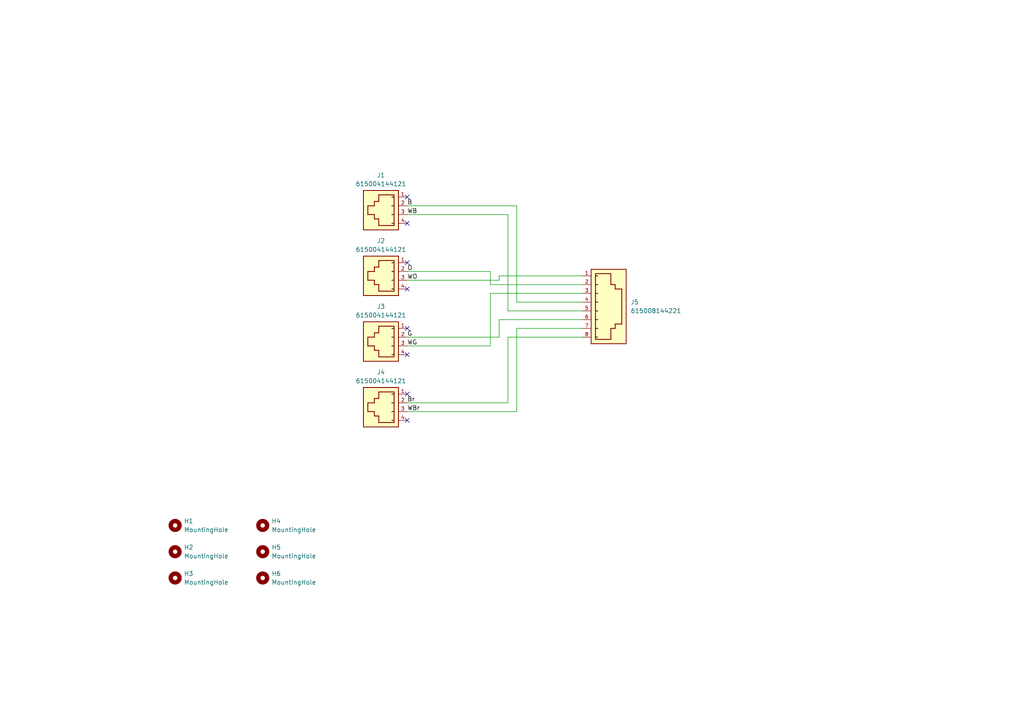
<source format=kicad_sch>
(kicad_sch (version 20250114) (generator "eeschema") (generator_version "9.0")
  (paper "A4")
  (lib_symbols
    (symbol "615004144121:615004144121" (pin_names (offset 1.016))
      (property "Reference" "J" (at -8.002 -0.362 90))
      (property "Value" "615004144121" (at 7.12 -5.124 90))
      (symbol "615004144121_0_0"
        (rectangle (start -6.985 -5.08) (end 4.445 5.08) (stroke (width 0.254)) (fill (type background)))
        (polyline (pts (xy -5.715 0.635) (xy -3.81 0.635)) (stroke (width 0.254)))
        (polyline (pts (xy -5.715 -3.81) (xy -5.715 0.635)) (stroke (width 0.254)))
        (polyline (pts (xy -5.08 -3.81) (xy -5.715 -3.81)) (stroke (width 0.254)))
        (polyline (pts (xy -5.08 -3.81) (xy -5.08 -3.175)) (stroke (width 0.254)))
        (polyline (pts (xy -3.81 1.905) (xy -2.54 1.905)) (stroke (width 0.254)))
        (polyline (pts (xy -3.81 0.635) (xy -3.81 1.905)) (stroke (width 0.254)))
        (polyline (pts (xy -2.54 3.81) (xy 0 3.81)) (stroke (width 0.254)))
        (polyline (pts (xy -2.54 1.905) (xy -2.54 3.81)) (stroke (width 0.254)))
        (polyline (pts (xy -2.54 -3.81) (xy -5.08 -3.81)) (stroke (width 0.254)))
        (polyline (pts (xy -2.54 -3.81) (xy -2.54 -3.175)) (stroke (width 0.254)))
        (polyline (pts (xy 0 1.905) (xy 0 3.81)) (stroke (width 0.254)))
        (polyline (pts (xy 0 -3.81) (xy -2.54 -3.81)) (stroke (width 0.254)))
        (polyline (pts (xy 0 -3.81) (xy 0 -3.175)) (stroke (width 0.254)))
        (polyline (pts (xy 1.27 1.905) (xy 0 1.905)) (stroke (width 0.254)))
        (polyline (pts (xy 1.27 0.635) (xy 1.27 1.905)) (stroke (width 0.254)))
        (polyline (pts (xy 2.54 -3.81) (xy 0 -3.81)) (stroke (width 0.254)))
        (polyline (pts (xy 2.54 -3.81) (xy 2.54 -3.175)) (stroke (width 0.254)))
        (polyline (pts (xy 3.175 0.635) (xy 1.27 0.635)) (stroke (width 0.254)))
        (polyline (pts (xy 3.175 0.635) (xy 3.175 -3.81)) (stroke (width 0.254)))
        (polyline (pts (xy 3.175 -3.81) (xy 2.54 -3.81)) (stroke (width 0.254)))
        (pin passive line (at -5.08 -7.62 90) (length 2.54) (name "~") (number "4"))
        (pin passive line (at -2.54 -7.62 90) (length 2.54) (name "~") (number "3"))
        (pin passive line (at 0 -7.62 90) (length 2.54) (name "~") (number "2"))
        (pin passive line (at 2.54 -7.62 90) (length 2.54) (name "~") (number "1"))
      )
    )
    (symbol "615008144221:615008144221" (pin_names (offset 1.016))
      (property "Reference" "J" (at -13.142 0.498 90))
      (property "Value" "615008144221" (at 12.06 -5.284 90))
      (symbol "615008144221_0_0"
        (rectangle (start -12.065 -5.08) (end 9.525 5.08) (stroke (width 0.254)) (fill (type background)))
        (polyline (pts (xy -10.795 0.635) (xy -7.62 0.635)) (stroke (width 0.254)))
        (polyline (pts (xy -10.795 -3.81) (xy -10.795 0.635)) (stroke (width 0.254)))
        (polyline (pts (xy -10.16 -3.81) (xy -10.795 -3.81)) (stroke (width 0.254)))
        (polyline (pts (xy -10.16 -3.81) (xy -10.16 -3.175)) (stroke (width 0.254)))
        (polyline (pts (xy -7.62 1.905) (xy -6.35 1.905)) (stroke (width 0.254)))
        (polyline (pts (xy -7.62 0.635) (xy -7.62 1.905)) (stroke (width 0.254)))
        (polyline (pts (xy -7.62 -3.81) (xy -10.16 -3.81)) (stroke (width 0.254)))
        (polyline (pts (xy -7.62 -3.81) (xy -7.62 -3.175)) (stroke (width 0.254)))
        (polyline (pts (xy -6.35 3.81) (xy 3.81 3.81)) (stroke (width 0.254)))
        (polyline (pts (xy -6.35 1.905) (xy -6.35 3.81)) (stroke (width 0.254)))
        (polyline (pts (xy -5.08 -3.81) (xy -7.62 -3.81)) (stroke (width 0.254)))
        (polyline (pts (xy -5.08 -3.81) (xy -5.08 -3.175)) (stroke (width 0.254)))
        (polyline (pts (xy -2.54 -3.81) (xy -5.08 -3.81)) (stroke (width 0.254)))
        (polyline (pts (xy -2.54 -3.81) (xy -2.54 -3.175)) (stroke (width 0.254)))
        (polyline (pts (xy 0 -3.81) (xy -2.54 -3.81)) (stroke (width 0.254)))
        (polyline (pts (xy 0 -3.81) (xy 0 -3.175)) (stroke (width 0.254)))
        (polyline (pts (xy 2.54 -3.175) (xy 2.54 -3.81)) (stroke (width 0.254)))
        (polyline (pts (xy 2.54 -3.81) (xy 0 -3.81)) (stroke (width 0.254)))
        (polyline (pts (xy 3.81 1.905) (xy 3.81 3.81)) (stroke (width 0.254)))
        (polyline (pts (xy 5.08 1.905) (xy 3.81 1.905)) (stroke (width 0.254)))
        (polyline (pts (xy 5.08 0.635) (xy 5.08 1.905)) (stroke (width 0.254)))
        (polyline (pts (xy 5.08 -3.175) (xy 5.08 -3.81)) (stroke (width 0.254)))
        (polyline (pts (xy 5.08 -3.81) (xy 2.54 -3.81)) (stroke (width 0.254)))
        (polyline (pts (xy 7.62 -3.175) (xy 7.62 -3.81)) (stroke (width 0.254)))
        (polyline (pts (xy 7.62 -3.81) (xy 5.08 -3.81)) (stroke (width 0.254)))
        (polyline (pts (xy 8.255 0.635) (xy 5.08 0.635)) (stroke (width 0.254)))
        (polyline (pts (xy 8.255 0.635) (xy 8.255 -3.81)) (stroke (width 0.254)))
        (polyline (pts (xy 8.255 -3.81) (xy 7.62 -3.81)) (stroke (width 0.254)))
        (pin passive line (at -10.16 -7.62 90) (length 2.54) (name "~") (number "1"))
        (pin passive line (at -7.62 -7.62 90) (length 2.54) (name "~") (number "2"))
        (pin passive line (at -5.08 -7.62 90) (length 2.54) (name "~") (number "3"))
        (pin passive line (at -2.54 -7.62 90) (length 2.54) (name "~") (number "4"))
        (pin passive line (at 0 -7.62 90) (length 2.54) (name "~") (number "5"))
        (pin passive line (at 2.54 -7.62 90) (length 2.54) (name "~") (number "6"))
        (pin passive line (at 5.08 -7.62 90) (length 2.54) (name "~") (number "7"))
        (pin passive line (at 7.62 -7.62 90) (length 2.54) (name "~") (number "8"))
      )
    )
    (symbol "Mechanical:MountingHole" (pin_names (offset 1.016)) (in_bom no)
      (property "Reference" "H" (at 0 5.08 0))
      (property "Value" "MountingHole" (at 0 3.175 0))
      (symbol "MountingHole_0_1"
        (circle (center 0 0) (radius 1.27) (stroke (width 1.27)))
      )
    )
  )
  (no_connect (at 118.11 114.3))
  (no_connect (at 118.11 95.25))
  (no_connect (at 118.11 102.87))
  (no_connect (at 118.11 83.82))
  (no_connect (at 118.11 121.92))
  (no_connect (at 118.11 57.15))
  (no_connect (at 118.11 76.2))
  (no_connect (at 118.11 64.77))
  (wire (pts (xy 142.24 85.09) (xy 168.91 85.09)))
  (wire (pts (xy 168.91 80.01) (xy 144.78 80.01)))
  (wire (pts (xy 149.86 59.69) (xy 149.86 87.63)))
  (wire (pts (xy 147.32 116.84) (xy 147.32 97.79)))
  (wire (pts (xy 149.86 95.25) (xy 149.86 119.38)))
  (wire (pts (xy 118.11 100.33) (xy 142.24 100.33)))
  (wire (pts (xy 149.86 87.63) (xy 168.91 87.63)))
  (wire (pts (xy 118.11 97.79) (xy 144.78 97.79)))
  (wire (pts (xy 168.91 95.25) (xy 149.86 95.25)))
  (wire (pts (xy 168.91 90.17) (xy 147.32 90.17)))
  (wire (pts (xy 144.78 92.71) (xy 168.91 92.71)))
  (wire (pts (xy 118.11 116.84) (xy 147.32 116.84)))
  (wire (pts (xy 142.24 78.74) (xy 142.24 82.55)))
  (wire (pts (xy 144.78 97.79) (xy 144.78 92.71)))
  (wire (pts (xy 147.32 90.17) (xy 147.32 62.23)))
  (wire (pts (xy 118.11 59.69) (xy 149.86 59.69)))
  (wire (pts (xy 149.86 119.38) (xy 118.11 119.38)))
  (wire (pts (xy 147.32 97.79) (xy 168.91 97.79)))
  (wire (pts (xy 142.24 100.33) (xy 142.24 85.09)))
  (wire (pts (xy 147.32 62.23) (xy 118.11 62.23)))
  (wire (pts (xy 144.78 81.28) (xy 118.11 81.28)))
  (wire (pts (xy 118.11 78.74) (xy 142.24 78.74)))
  (wire (pts (xy 142.24 82.55) (xy 168.91 82.55)))
  (wire (pts (xy 144.78 80.01) (xy 144.78 81.28)))
  (label "WG" (at 118.11 100.33 0))
  (label "G" (at 118.11 97.79 0))
  (label "Br" (at 118.11 116.84 0))
  (label "WB" (at 118.11 62.23 0))
  (label "WO" (at 118.11 81.28 0))
  (label "B" (at 118.11 59.69 0))
  (label "WBr" (at 118.11 119.38 0))
  (label "O" (at 118.11 78.74 0))
  (symbol (lib_id "Mechanical:MountingHole") (at 50.8 152.4 0) (unit 1) (in_bom no)
    (property "Reference" "H1" (at 53.34 151.1299 0) (effects (justify left)))
    (property "Value" "MountingHole" (at 53.34 153.6699 0) (effects (justify left)))
    (property "Footprint" "MountingHole:MountingHole_2.7mm_M2.5_ISO7380" (effects (hide yes)))
    (property "Description" "Mounting Hole without connection" (effects (hide yes)))
  )
  (symbol (lib_id "615004144121:615004144121") (at 110.49 97.79 90) (unit 1)
    (property "Reference" "J3" (at 110.49 88.9 90))
    (property "Value" "615004144121" (at 110.49 91.44 90))
    (property "Footprint" "615004144121:615004144121" (effects (hide yes)))
  )
  (symbol (lib_id "615004144121:615004144121") (at 110.49 116.84 90) (unit 1)
    (property "Reference" "J4" (at 110.49 107.95 90))
    (property "Value" "615004144121" (at 110.49 110.49 90))
    (property "Footprint" "615004144121:615004144121" (effects (hide yes)))
  )
  (symbol (lib_id "615004144121:615004144121") (at 110.49 59.69 90) (unit 1)
    (property "Reference" "J1" (at 110.49 50.8 90))
    (property "Value" "615004144121" (at 110.49 53.34 90))
    (property "Footprint" "615004144121:615004144121" (effects (hide yes)))
  )
  (symbol (lib_id "615004144121:615004144121") (at 110.49 78.74 90) (unit 1)
    (property "Reference" "J2" (at 110.49 69.85 90))
    (property "Value" "615004144121" (at 110.49 72.39 90))
    (property "Footprint" "615004144121:615004144121" (effects (hide yes)))
  )
  (symbol (lib_id "Mechanical:MountingHole") (at 76.2 167.64 0) (unit 1) (in_bom no)
    (property "Reference" "H6" (at 78.74 166.3699 0) (effects (justify left)))
    (property "Value" "MountingHole" (at 78.74 168.9099 0) (effects (justify left)))
    (property "Footprint" "MountingHole:MountingHole_2.7mm_M2.5_ISO7380" (effects (hide yes)))
    (property "Description" "Mounting Hole without connection" (effects (hide yes)))
  )
  (symbol (lib_id "Mechanical:MountingHole") (at 76.2 152.4 0) (unit 1) (in_bom no)
    (property "Reference" "H4" (at 78.74 151.1299 0) (effects (justify left)))
    (property "Value" "MountingHole" (at 78.74 153.6699 0) (effects (justify left)))
    (property "Footprint" "MountingHole:MountingHole_2.7mm_M2.5_ISO7380" (effects (hide yes)))
    (property "Description" "Mounting Hole without connection" (effects (hide yes)))
  )
  (symbol (lib_id "Mechanical:MountingHole") (at 76.2 160.02 0) (unit 1) (in_bom no)
    (property "Reference" "H5" (at 78.74 158.7499 0) (effects (justify left)))
    (property "Value" "MountingHole" (at 78.74 161.2899 0) (effects (justify left)))
    (property "Footprint" "MountingHole:MountingHole_2.7mm_M2.5_ISO7380" (effects (hide yes)))
    (property "Description" "Mounting Hole without connection" (effects (hide yes)))
  )
  (symbol (lib_id "Mechanical:MountingHole") (at 50.8 167.64 0) (unit 1) (in_bom no)
    (property "Reference" "H3" (at 53.34 166.3699 0) (effects (justify left)))
    (property "Value" "MountingHole" (at 53.34 168.9099 0) (effects (justify left)))
    (property "Footprint" "MountingHole:MountingHole_2.7mm_M2.5_ISO7380" (effects (hide yes)))
    (property "Description" "Mounting Hole without connection" (effects (hide yes)))
  )
  (symbol (lib_id "Mechanical:MountingHole") (at 50.8 160.02 0) (unit 1) (in_bom no)
    (property "Reference" "H2" (at 53.34 158.7499 0) (effects (justify left)))
    (property "Value" "MountingHole" (at 53.34 161.2899 0) (effects (justify left)))
    (property "Footprint" "MountingHole:MountingHole_2.7mm_M2.5_ISO7380" (effects (hide yes)))
    (property "Description" "Mounting Hole without connection" (effects (hide yes)))
  )
  (symbol (lib_id "615008144221:615008144221") (at 176.53 90.17 270) (unit 1)
    (property "Reference" "J5" (at 182.88 87.6299 90) (effects (justify left)))
    (property "Value" "615008144221" (at 182.88 90.1699 90) (effects (justify left)))
    (property "Footprint" "615008144221:615008144221" (effects (hide yes)))
  )
)
</source>
